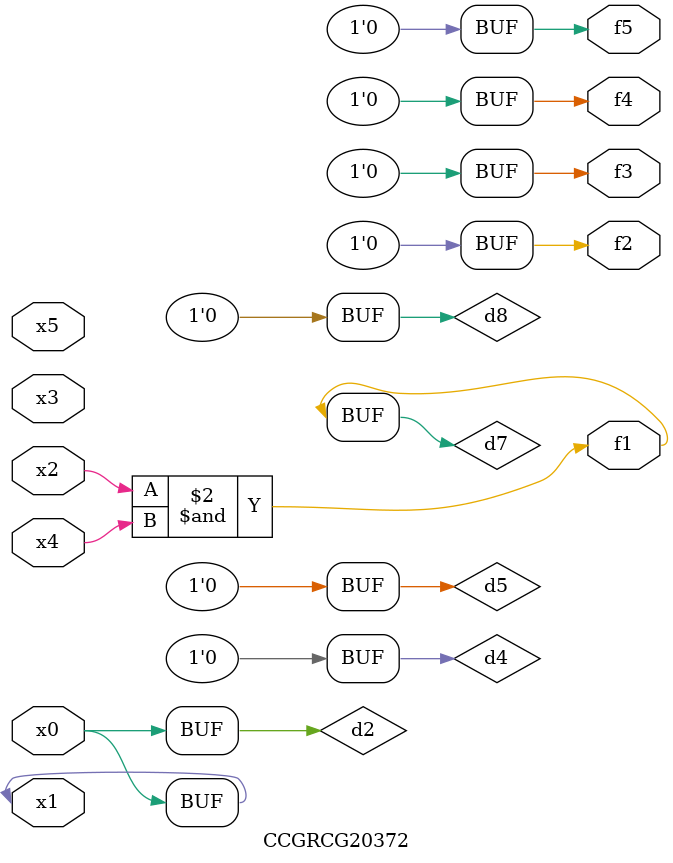
<source format=v>
module CCGRCG20372(
	input x0, x1, x2, x3, x4, x5,
	output f1, f2, f3, f4, f5
);

	wire d1, d2, d3, d4, d5, d6, d7, d8, d9;

	nand (d1, x1);
	buf (d2, x0, x1);
	nand (d3, x2, x4);
	and (d4, d1, d2);
	and (d5, d1, d2);
	nand (d6, d1, d3);
	not (d7, d3);
	xor (d8, d5);
	nor (d9, d5, d6);
	assign f1 = d7;
	assign f2 = d8;
	assign f3 = d8;
	assign f4 = d8;
	assign f5 = d8;
endmodule

</source>
